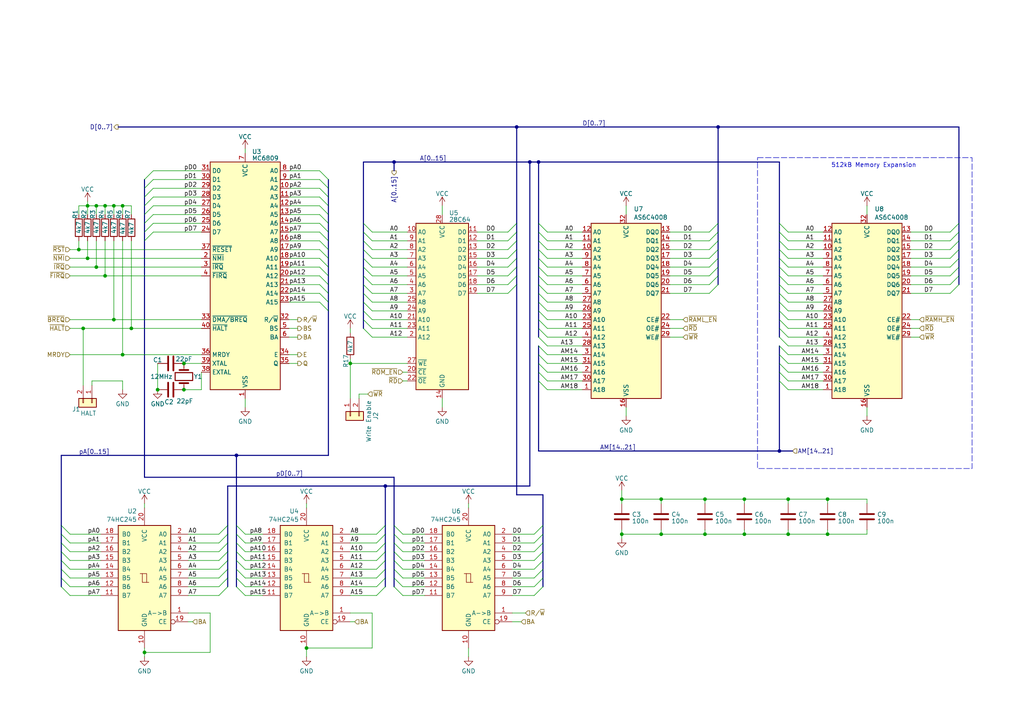
<source format=kicad_sch>
(kicad_sch (version 20231120) (generator "eeschema") (generator_version "8.0")
  (paper "A4")
  (title_block (title "MicroLind Processor & Memory") (date "2025-03-03") (rev "C0") (company "Eric Lind"))
  (bus_alias "" (members))
  (bus_alias "BUS" (members "{A[15..0]" "AM[23..13]" "D[7..0]" "~{RD}" "~{WR}" "E" "Q" "R/~{W}" "~{IRQ}" "~{FIRQ}" "~{NMI}" "~{RST}" "~{HALT}" "~{BREQ}" "MRDY" "BS" "BA" "~{ROM_EN}" "~{RAML_EN}" "~{RAMH_EN}}"))
  (bus_alias "CPU_BUS" (members "A[15..0]" "AM[23..13]" "D[7..0]" "~RD" "~WR" "E" "Q" "R/~W" "~IRQ" "~FIRQ" "~NMI" "~RST" "~HALT" "~BREQ" "MRDY" "BS" "BA" "~ROM_EN" "~RAML_EN" "~RAMH_EN"))
  (junction (at 33.02 59.69))
  (junction (at 27.94 59.69))
  (junction (at 180.34 154.94))
  (junction (at 25.4 74.93))
  (junction (at 156.21 46.99))
  (junction (at 25.4 59.69))
  (junction (at 240.03 144.78))
  (junction (at 35.56 102.87))
  (junction (at 204.47 144.78))
  (junction (at 180.34 144.78))
  (junction (at 111.76 140.97))
  (junction (at 228.6 154.94))
  (junction (at 68.58 132.08))
  (junction (at 35.56 59.69))
  (junction (at 24.13 95.25))
  (junction (at 33.02 92.71))
  (junction (at 30.48 80.01))
  (junction (at 191.77 154.94))
  (junction (at 215.9 154.94))
  (junction (at 215.9 144.78))
  (junction (at 30.48 59.69))
  (junction (at 45.72 113.03))
  (junction (at 38.1 95.25))
  (junction (at 88.9 187.96))
  (junction (at 226.06 130.81))
  (junction (at 153.67 46.99))
  (junction (at 149.86 36.83))
  (junction (at 191.77 144.78))
  (junction (at 101.6 105.41))
  (junction (at 53.34 105.41))
  (junction (at 240.03 154.94))
  (junction (at 114.3 46.99))
  (junction (at 208.28 36.83))
  (junction (at 204.47 154.94))
  (junction (at 22.86 72.39))
  (junction (at 27.94 77.47))
  (junction (at 41.91 189.23))
  (junction (at 53.34 113.03))
  (junction (at 228.6 144.78))
  (bus_entry (at 226.06 67.31) (size 2.54 2.54))
  (bus_entry (at 105.41 64.77) (size 2.54 2.54))
  (bus_entry (at 147.32 77.47) (size 2.54 -2.54))
  (bus_entry (at 41.91 57.15) (size 2.54 -2.54))
  (bus_entry (at 147.32 67.31) (size 2.54 -2.54))
  (bus_entry (at 278.13 67.31) (size -2.54 2.54))
  (bus_entry (at 95.25 52.07) (size -2.54 -2.54))
  (bus_entry (at 147.32 74.93) (size 2.54 -2.54))
  (bus_entry (at 208.28 80.01) (size -2.54 2.54))
  (bus_entry (at 157.48 160.02) (size -2.54 2.54))
  (bus_entry (at 156.21 85.09) (size 2.54 2.54))
  (bus_entry (at 147.32 69.85) (size 2.54 -2.54))
  (bus_entry (at 105.41 92.71) (size 2.54 2.54))
  (bus_entry (at 66.04 162.56) (size -2.54 2.54))
  (bus_entry (at 95.25 57.15) (size -2.54 -2.54))
  (bus_entry (at 105.41 90.17) (size 2.54 2.54))
  (bus_entry (at 226.06 107.95) (size 2.54 2.54))
  (bus_entry (at 157.48 167.64) (size -2.54 2.54))
  (bus_entry (at 278.13 82.55) (size -2.54 2.54))
  (bus_entry (at 226.06 87.63) (size 2.54 2.54))
  (bus_entry (at 95.25 90.17) (size -2.54 -2.54))
  (bus_entry (at 156.21 72.39) (size 2.54 2.54))
  (bus_entry (at 157.48 165.1) (size -2.54 2.54))
  (bus_entry (at 157.48 157.48) (size -2.54 2.54))
  (bus_entry (at 226.06 92.71) (size 2.54 2.54))
  (bus_entry (at 208.28 67.31) (size -2.54 2.54))
  (bus_entry (at 278.13 64.77) (size -2.54 2.54))
  (bus_entry (at 95.25 82.55) (size -2.54 -2.54))
  (bus_entry (at 17.78 160.02) (size 2.54 2.54))
  (bus_entry (at 278.13 69.85) (size -2.54 2.54))
  (bus_entry (at 66.04 160.02) (size -2.54 2.54))
  (bus_entry (at 68.58 154.94) (size 2.54 2.54))
  (bus_entry (at 226.06 82.55) (size 2.54 2.54))
  (bus_entry (at 111.76 165.1) (size -2.54 2.54))
  (bus_entry (at 278.13 72.39) (size -2.54 2.54))
  (bus_entry (at 226.06 74.93) (size 2.54 2.54))
  (bus_entry (at 208.28 77.47) (size -2.54 2.54))
  (bus_entry (at 17.78 167.64) (size 2.54 2.54))
  (bus_entry (at 41.91 52.07) (size 2.54 -2.54))
  (bus_entry (at 68.58 160.02) (size 2.54 2.54))
  (bus_entry (at 114.3 167.64) (size 2.54 2.54))
  (bus_entry (at 147.32 85.09) (size 2.54 -2.54))
  (bus_entry (at 17.78 152.4) (size 2.54 2.54))
  (bus_entry (at 114.3 160.02) (size 2.54 2.54))
  (bus_entry (at 41.91 64.77) (size 2.54 -2.54))
  (bus_entry (at 95.25 80.01) (size -2.54 -2.54))
  (bus_entry (at 226.06 80.01) (size 2.54 2.54))
  (bus_entry (at 226.06 90.17) (size 2.54 2.54))
  (bus_entry (at 66.04 157.48) (size -2.54 2.54))
  (bus_entry (at 17.78 165.1) (size 2.54 2.54))
  (bus_entry (at 111.76 170.18) (size -2.54 2.54))
  (bus_entry (at 226.06 105.41) (size 2.54 2.54))
  (bus_entry (at 95.25 74.93) (size -2.54 -2.54))
  (bus_entry (at 114.3 157.48) (size 2.54 2.54))
  (bus_entry (at 156.21 82.55) (size 2.54 2.54))
  (bus_entry (at 226.06 102.87) (size 2.54 2.54))
  (bus_entry (at 105.41 87.63) (size 2.54 2.54))
  (bus_entry (at 156.21 90.17) (size 2.54 2.54))
  (bus_entry (at 156.21 105.41) (size 2.54 2.54))
  (bus_entry (at 66.04 167.64) (size -2.54 2.54))
  (bus_entry (at 226.06 97.79) (size 2.54 2.54))
  (bus_entry (at 156.21 95.25) (size 2.54 2.54))
  (bus_entry (at 41.91 54.61) (size 2.54 -2.54))
  (bus_entry (at 66.04 154.94) (size -2.54 2.54))
  (bus_entry (at 156.21 74.93) (size 2.54 2.54))
  (bus_entry (at 156.21 107.95) (size 2.54 2.54))
  (bus_entry (at 157.48 162.56) (size -2.54 2.54))
  (bus_entry (at 105.41 74.93) (size 2.54 2.54))
  (bus_entry (at 278.13 77.47) (size -2.54 2.54))
  (bus_entry (at 156.21 110.49) (size 2.54 2.54))
  (bus_entry (at 226.06 64.77) (size 2.54 2.54))
  (bus_entry (at 156.21 100.33) (size 2.54 2.54))
  (bus_entry (at 68.58 157.48) (size 2.54 2.54))
  (bus_entry (at 226.06 85.09) (size 2.54 2.54))
  (bus_entry (at 105.41 77.47) (size 2.54 2.54))
  (bus_entry (at 68.58 165.1) (size 2.54 2.54))
  (bus_entry (at 156.21 67.31) (size 2.54 2.54))
  (bus_entry (at 41.91 62.23) (size 2.54 -2.54))
  (bus_entry (at 278.13 74.93) (size -2.54 2.54))
  (bus_entry (at 114.3 154.94) (size 2.54 2.54))
  (bus_entry (at 95.25 77.47) (size -2.54 -2.54))
  (bus_entry (at 17.78 154.94) (size 2.54 2.54))
  (bus_entry (at 156.21 87.63) (size 2.54 2.54))
  (bus_entry (at 66.04 170.18) (size -2.54 2.54))
  (bus_entry (at 105.41 80.01) (size 2.54 2.54))
  (bus_entry (at 226.06 95.25) (size 2.54 2.54))
  (bus_entry (at 147.32 72.39) (size 2.54 -2.54))
  (bus_entry (at 105.41 69.85) (size 2.54 2.54))
  (bus_entry (at 111.76 157.48) (size -2.54 2.54))
  (bus_entry (at 208.28 74.93) (size -2.54 2.54))
  (bus_entry (at 68.58 167.64) (size 2.54 2.54))
  (bus_entry (at 114.3 170.18) (size 2.54 2.54))
  (bus_entry (at 157.48 152.4) (size -2.54 2.54))
  (bus_entry (at 208.28 64.77) (size -2.54 2.54))
  (bus_entry (at 208.28 72.39) (size -2.54 2.54))
  (bus_entry (at 41.91 59.69) (size 2.54 -2.54))
  (bus_entry (at 156.21 77.47) (size 2.54 2.54))
  (bus_entry (at 157.48 154.94) (size -2.54 2.54))
  (bus_entry (at 68.58 152.4) (size 2.54 2.54))
  (bus_entry (at 156.21 80.01) (size 2.54 2.54))
  (bus_entry (at 95.25 54.61) (size -2.54 -2.54))
  (bus_entry (at 226.06 110.49) (size 2.54 2.54))
  (bus_entry (at 95.25 59.69) (size -2.54 -2.54))
  (bus_entry (at 226.06 100.33) (size 2.54 2.54))
  (bus_entry (at 95.25 67.31) (size -2.54 -2.54))
  (bus_entry (at 157.48 170.18) (size -2.54 2.54))
  (bus_entry (at 95.25 69.85) (size -2.54 -2.54))
  (bus_entry (at 226.06 72.39) (size 2.54 2.54))
  (bus_entry (at 105.41 67.31) (size 2.54 2.54))
  (bus_entry (at 156.21 97.79) (size 2.54 2.54))
  (bus_entry (at 66.04 165.1) (size -2.54 2.54))
  (bus_entry (at 95.25 64.77) (size -2.54 -2.54))
  (bus_entry (at 278.13 80.01) (size -2.54 2.54))
  (bus_entry (at 156.21 102.87) (size 2.54 2.54))
  (bus_entry (at 95.25 62.23) (size -2.54 -2.54))
  (bus_entry (at 147.32 80.01) (size 2.54 -2.54))
  (bus_entry (at 105.41 72.39) (size 2.54 2.54))
  (bus_entry (at 68.58 170.18) (size 2.54 2.54))
  (bus_entry (at 95.25 72.39) (size -2.54 -2.54))
  (bus_entry (at 105.41 85.09) (size 2.54 2.54))
  (bus_entry (at 111.76 152.4) (size -2.54 2.54))
  (bus_entry (at 226.06 77.47) (size 2.54 2.54))
  (bus_entry (at 111.76 154.94) (size -2.54 2.54))
  (bus_entry (at 17.78 170.18) (size 2.54 2.54))
  (bus_entry (at 156.21 69.85) (size 2.54 2.54))
  (bus_entry (at 111.76 160.02) (size -2.54 2.54))
  (bus_entry (at 114.3 162.56) (size 2.54 2.54))
  (bus_entry (at 66.04 152.4) (size -2.54 2.54))
  (bus_entry (at 95.25 87.63) (size -2.54 -2.54))
  (bus_entry (at 68.58 162.56) (size 2.54 2.54))
  (bus_entry (at 105.41 95.25) (size 2.54 2.54))
  (bus_entry (at 114.3 165.1) (size 2.54 2.54))
  (bus_entry (at 156.21 64.77) (size 2.54 2.54))
  (bus_entry (at 17.78 162.56) (size 2.54 2.54))
  (bus_entry (at 111.76 167.64) (size -2.54 2.54))
  (bus_entry (at 41.91 69.85) (size 2.54 -2.54))
  (bus_entry (at 114.3 152.4) (size 2.54 2.54))
  (bus_entry (at 111.76 162.56) (size -2.54 2.54))
  (bus_entry (at 208.28 82.55) (size -2.54 2.54))
  (bus_entry (at 17.78 157.48) (size 2.54 2.54))
  (bus_entry (at 105.41 82.55) (size 2.54 2.54))
  (bus_entry (at 156.21 92.71) (size 2.54 2.54))
  (bus_entry (at 41.91 67.31) (size 2.54 -2.54))
  (bus_entry (at 95.25 85.09) (size -2.54 -2.54))
  (bus_entry (at 208.28 69.85) (size -2.54 2.54))
  (bus_entry (at 147.32 82.55) (size 2.54 -2.54))
  (bus_entry (at 226.06 69.85) (size 2.54 2.54))
  (wire (pts (xy 101.6 105.41) (xy 101.6 115.57)))
  (wire (pts (xy 251.46 154.94) (xy 251.46 153.67)))
  (wire (pts (xy 107.95 177.8) (xy 101.6 177.8)))
  (wire (pts (xy 44.45 52.07) (xy 58.42 52.07)))
  (wire (pts (xy 181.61 118.11) (xy 181.61 120.65)))
  (wire (pts (xy 135.89 187.96) (xy 135.89 190.5)))
  (wire (pts (xy 228.6 97.79) (xy 238.76 97.79)))
  (wire (pts (xy 158.75 87.63) (xy 168.91 87.63)))
  (bus (pts (xy 111.76 157.48) (xy 111.76 160.02)))
  (bus (pts (xy 41.91 54.61) (xy 41.91 57.15)))
  (wire (pts (xy 20.32 170.18) (xy 29.21 170.18)))
  (wire (pts (xy 135.89 146.05) (xy 135.89 147.32)))
  (bus (pts (xy 149.86 77.47) (xy 149.86 80.01)))
  (wire (pts (xy 20.32 154.94) (xy 29.21 154.94)))
  (bus (pts (xy 68.58 132.08) (xy 95.25 132.08)))
  (bus (pts (xy 111.76 165.1) (xy 111.76 167.64)))
  (wire (pts (xy 138.43 69.85) (xy 147.32 69.85)))
  (bus (pts (xy 157.48 157.48) (xy 157.48 160.02)))
  (wire (pts (xy 54.61 157.48) (xy 63.5 157.48)))
  (wire (pts (xy 228.6 95.25) (xy 238.76 95.25)))
  (bus (pts (xy 208.28 67.31) (xy 208.28 69.85)))
  (wire (pts (xy 54.61 172.72) (xy 63.5 172.72)))
  (bus (pts (xy 41.91 69.85) (xy 41.91 138.43)))
  (wire (pts (xy 107.95 67.31) (xy 118.11 67.31)))
  (wire (pts (xy 116.84 160.02) (xy 123.19 160.02)))
  (bus (pts (xy 278.13 72.39) (xy 278.13 74.93)))
  (wire (pts (xy 158.75 69.85) (xy 168.91 69.85)))
  (wire (pts (xy 158.75 113.03) (xy 168.91 113.03)))
  (bus (pts (xy 17.78 167.64) (xy 17.78 165.1)))
  (bus (pts (xy 68.58 132.08) (xy 68.58 152.4)))
  (bus (pts (xy 149.86 64.77) (xy 149.86 67.31)))
  (wire (pts (xy 35.56 69.85) (xy 35.56 102.87)))
  (wire (pts (xy 266.7 97.79) (xy 264.16 97.79)))
  (wire (pts (xy 71.12 43.18) (xy 71.12 44.45)))
  (bus (pts (xy 17.78 160.02) (xy 17.78 157.48)))
  (bus (pts (xy 149.86 80.01) (xy 149.86 82.55)))
  (bus (pts (xy 17.78 152.4) (xy 17.78 132.08)))
  (wire (pts (xy 228.6 77.47) (xy 238.76 77.47)))
  (wire (pts (xy 44.45 54.61) (xy 58.42 54.61)))
  (bus (pts (xy 153.67 46.99) (xy 114.3 46.99)))
  (bus (pts (xy 226.06 107.95) (xy 226.06 110.49)))
  (wire (pts (xy 86.36 92.71) (xy 83.82 92.71)))
  (bus (pts (xy 156.21 90.17) (xy 156.21 92.71)))
  (wire (pts (xy 104.14 114.3) (xy 106.68 114.3)))
  (wire (pts (xy 83.82 69.85) (xy 92.71 69.85)))
  (wire (pts (xy 33.02 59.69) (xy 30.48 59.69)))
  (wire (pts (xy 148.59 167.64) (xy 154.94 167.64)))
  (wire (pts (xy 25.4 58.42) (xy 25.4 59.69)))
  (wire (pts (xy 251.46 144.78) (xy 251.46 146.05)))
  (wire (pts (xy 101.6 180.34) (xy 102.87 180.34)))
  (wire (pts (xy 107.95 97.79) (xy 118.11 97.79)))
  (wire (pts (xy 71.12 154.94) (xy 76.2 154.94)))
  (wire (pts (xy 20.32 92.71) (xy 33.02 92.71)))
  (bus (pts (xy 114.3 157.48) (xy 114.3 154.94)))
  (wire (pts (xy 116.84 154.94) (xy 123.19 154.94)))
  (wire (pts (xy 194.31 69.85) (xy 205.74 69.85)))
  (wire (pts (xy 22.86 69.85) (xy 22.86 72.39)))
  (bus (pts (xy 17.78 170.18) (xy 17.78 167.64)))
  (wire (pts (xy 83.82 82.55) (xy 92.71 82.55)))
  (bus (pts (xy 105.41 64.77) (xy 105.41 46.99)))
  (wire (pts (xy 54.61 165.1) (xy 63.5 165.1)))
  (bus (pts (xy 149.86 143.51) (xy 157.48 143.51)))
  (wire (pts (xy 38.1 62.23) (xy 38.1 59.69)))
  (wire (pts (xy 27.94 59.69) (xy 27.94 62.23)))
  (bus (pts (xy 226.06 100.33) (xy 226.06 102.87)))
  (wire (pts (xy 158.75 105.41) (xy 168.91 105.41)))
  (wire (pts (xy 101.6 160.02) (xy 109.22 160.02)))
  (bus (pts (xy 208.28 36.83) (xy 208.28 64.77)))
  (bus (pts (xy 208.28 36.83) (xy 278.13 36.83)))
  (bus (pts (xy 105.41 85.09) (xy 105.41 87.63)))
  (wire (pts (xy 228.6 87.63) (xy 238.76 87.63)))
  (bus (pts (xy 156.21 87.63) (xy 156.21 90.17)))
  (wire (pts (xy 158.75 100.33) (xy 168.91 100.33)))
  (bus (pts (xy 278.13 80.01) (xy 278.13 82.55)))
  (wire (pts (xy 158.75 67.31) (xy 168.91 67.31)))
  (bus (pts (xy 226.06 95.25) (xy 226.06 97.79)))
  (wire (pts (xy 38.1 95.25) (xy 58.42 95.25)))
  (wire (pts (xy 228.6 92.71) (xy 238.76 92.71)))
  (bus (pts (xy 149.86 74.93) (xy 149.86 77.47)))
  (wire (pts (xy 204.47 154.94) (xy 204.47 153.67)))
  (wire (pts (xy 45.72 105.41) (xy 45.72 113.03)))
  (bus (pts (xy 156.21 80.01) (xy 156.21 82.55)))
  (wire (pts (xy 215.9 154.94) (xy 215.9 153.67)))
  (wire (pts (xy 228.6 144.78) (xy 240.03 144.78)))
  (wire (pts (xy 158.75 77.47) (xy 168.91 77.47)))
  (wire (pts (xy 215.9 144.78) (xy 215.9 146.05)))
  (wire (pts (xy 26.67 110.49) (xy 35.56 110.49)))
  (wire (pts (xy 264.16 74.93) (xy 275.59 74.93)))
  (bus (pts (xy 41.91 64.77) (xy 41.91 67.31)))
  (bus (pts (xy 156.21 64.77) (xy 156.21 67.31)))
  (wire (pts (xy 128.27 59.69) (xy 128.27 62.23)))
  (bus (pts (xy 153.67 140.97) (xy 111.76 140.97)))
  (bus (pts (xy 66.04 162.56) (xy 66.04 165.1)))
  (wire (pts (xy 101.6 154.94) (xy 109.22 154.94)))
  (bus (pts (xy 156.21 46.99) (xy 153.67 46.99)))
  (bus (pts (xy 111.76 160.02) (xy 111.76 162.56)))
  (wire (pts (xy 83.82 85.09) (xy 92.71 85.09)))
  (wire (pts (xy 101.6 167.64) (xy 109.22 167.64)))
  (bus (pts (xy 66.04 165.1) (xy 66.04 167.64)))
  (wire (pts (xy 158.75 97.79) (xy 168.91 97.79)))
  (bus (pts (xy 95.25 74.93) (xy 95.25 77.47)))
  (wire (pts (xy 30.48 80.01) (xy 58.42 80.01)))
  (bus (pts (xy 226.06 87.63) (xy 226.06 90.17)))
  (wire (pts (xy 101.6 95.25) (xy 101.6 96.52)))
  (bus (pts (xy 226.06 69.85) (xy 226.06 72.39)))
  (bus (pts (xy 153.67 46.99) (xy 153.67 140.97)))
  (wire (pts (xy 54.61 162.56) (xy 63.5 162.56)))
  (wire (pts (xy 158.75 107.95) (xy 168.91 107.95)))
  (wire (pts (xy 41.91 189.23) (xy 60.96 189.23)))
  (bus (pts (xy 156.21 74.93) (xy 156.21 77.47)))
  (bus (pts (xy 226.06 67.31) (xy 226.06 69.85)))
  (wire (pts (xy 116.84 172.72) (xy 123.19 172.72)))
  (wire (pts (xy 83.82 64.77) (xy 92.71 64.77)))
  (bus (pts (xy 68.58 160.02) (xy 68.58 162.56)))
  (bus (pts (xy 278.13 64.77) (xy 278.13 36.83)))
  (wire (pts (xy 148.59 172.72) (xy 154.94 172.72)))
  (bus (pts (xy 111.76 140.97) (xy 111.76 152.4)))
  (bus (pts (xy 149.86 36.83) (xy 149.86 64.77)))
  (wire (pts (xy 35.56 59.69) (xy 33.02 59.69)))
  (wire (pts (xy 198.12 95.25) (xy 194.31 95.25)))
  (wire (pts (xy 71.12 167.64) (xy 76.2 167.64)))
  (bus (pts (xy 114.3 162.56) (xy 114.3 160.02)))
  (wire (pts (xy 33.02 92.71) (xy 58.42 92.71)))
  (wire (pts (xy 228.6 74.93) (xy 238.76 74.93)))
  (bus (pts (xy 114.3 46.99) (xy 105.41 46.99)))
  (wire (pts (xy 228.6 107.95) (xy 238.76 107.95)))
  (bus (pts (xy 95.25 62.23) (xy 95.25 64.77)))
  (wire (pts (xy 107.95 87.63) (xy 118.11 87.63)))
  (wire (pts (xy 228.6 105.41) (xy 238.76 105.41)))
  (bus (pts (xy 105.41 92.71) (xy 105.41 95.25)))
  (wire (pts (xy 138.43 67.31) (xy 147.32 67.31)))
  (wire (pts (xy 60.96 177.8) (xy 60.96 189.23)))
  (wire (pts (xy 158.75 80.01) (xy 168.91 80.01)))
  (wire (pts (xy 53.34 105.41) (xy 58.42 105.41)))
  (wire (pts (xy 54.61 180.34) (xy 55.88 180.34)))
  (wire (pts (xy 107.95 69.85) (xy 118.11 69.85)))
  (wire (pts (xy 266.7 95.25) (xy 264.16 95.25)))
  (wire (pts (xy 20.32 172.72) (xy 29.21 172.72)))
  (bus (pts (xy 66.04 140.97) (xy 66.04 152.4)))
  (bus (pts (xy 156.21 77.47) (xy 156.21 80.01)))
  (bus (pts (xy 105.41 82.55) (xy 105.41 85.09)))
  (bus (pts (xy 95.25 54.61) (xy 95.25 57.15)))
  (wire (pts (xy 27.94 69.85) (xy 27.94 77.47)))
  (bus (pts (xy 226.06 105.41) (xy 226.06 107.95)))
  (bus (pts (xy 17.78 154.94) (xy 17.78 152.4)))
  (bus (pts (xy 208.28 77.47) (xy 208.28 80.01)))
  (wire (pts (xy 240.03 154.94) (xy 240.03 153.67)))
  (wire (pts (xy 264.16 77.47) (xy 275.59 77.47)))
  (wire (pts (xy 71.12 160.02) (xy 76.2 160.02)))
  (bus (pts (xy 68.58 167.64) (xy 68.58 170.18)))
  (wire (pts (xy 83.82 74.93) (xy 92.71 74.93)))
  (bus (pts (xy 95.25 80.01) (xy 95.25 82.55)))
  (bus (pts (xy 156.21 95.25) (xy 156.21 97.79)))
  (wire (pts (xy 24.13 95.25) (xy 38.1 95.25)))
  (wire (pts (xy 41.91 146.05) (xy 41.91 147.32)))
  (wire (pts (xy 30.48 59.69) (xy 30.48 62.23)))
  (bus (pts (xy 41.91 59.69) (xy 41.91 62.23)))
  (wire (pts (xy 27.94 59.69) (xy 25.4 59.69)))
  (bus (pts (xy 111.76 162.56) (xy 111.76 165.1)))
  (wire (pts (xy 38.1 59.69) (xy 35.56 59.69)))
  (wire (pts (xy 148.59 165.1) (xy 154.94 165.1)))
  (bus (pts (xy 156.21 64.77) (xy 156.21 46.99)))
  (bus (pts (xy 278.13 67.31) (xy 278.13 69.85)))
  (bus (pts (xy 17.78 157.48) (xy 17.78 154.94)))
  (wire (pts (xy 138.43 85.09) (xy 147.32 85.09)))
  (wire (pts (xy 35.56 110.49) (xy 35.56 113.03)))
  (bus (pts (xy 156.21 102.87) (xy 156.21 105.41)))
  (bus (pts (xy 114.3 154.94) (xy 114.3 152.4)))
  (wire (pts (xy 228.6 102.87) (xy 238.76 102.87)))
  (wire (pts (xy 35.56 102.87) (xy 58.42 102.87)))
  (wire (pts (xy 20.32 72.39) (xy 22.86 72.39)))
  (wire (pts (xy 116.84 167.64) (xy 123.19 167.64)))
  (wire (pts (xy 107.95 77.47) (xy 118.11 77.47)))
  (wire (pts (xy 83.82 67.31) (xy 92.71 67.31)))
  (wire (pts (xy 148.59 170.18) (xy 154.94 170.18)))
  (bus (pts (xy 41.91 57.15) (xy 41.91 59.69)))
  (wire (pts (xy 107.95 72.39) (xy 118.11 72.39)))
  (wire (pts (xy 191.77 144.78) (xy 204.47 144.78)))
  (bus (pts (xy 66.04 154.94) (xy 66.04 157.48)))
  (wire (pts (xy 44.45 67.31) (xy 58.42 67.31)))
  (wire (pts (xy 228.6 100.33) (xy 238.76 100.33)))
  (wire (pts (xy 107.95 85.09) (xy 118.11 85.09)))
  (wire (pts (xy 158.75 82.55) (xy 168.91 82.55)))
  (wire (pts (xy 138.43 74.93) (xy 147.32 74.93)))
  (bus (pts (xy 41.91 52.07) (xy 41.91 54.61)))
  (wire (pts (xy 83.82 49.53) (xy 92.71 49.53)))
  (wire (pts (xy 191.77 154.94) (xy 191.77 153.67)))
  (wire (pts (xy 194.31 82.55) (xy 205.74 82.55)))
  (bus (pts (xy 111.76 167.64) (xy 111.76 170.18)))
  (wire (pts (xy 71.12 162.56) (xy 76.2 162.56)))
  (wire (pts (xy 83.82 62.23) (xy 92.71 62.23)))
  (wire (pts (xy 107.95 80.01) (xy 118.11 80.01)))
  (wire (pts (xy 180.34 154.94) (xy 191.77 154.94)))
  (bus (pts (xy 105.41 80.01) (xy 105.41 82.55)))
  (wire (pts (xy 116.84 170.18) (xy 123.19 170.18)))
  (wire (pts (xy 180.34 144.78) (xy 191.77 144.78)))
  (wire (pts (xy 101.6 172.72) (xy 109.22 172.72)))
  (wire (pts (xy 180.34 154.94) (xy 180.34 156.21)))
  (bus (pts (xy 105.41 77.47) (xy 105.41 80.01)))
  (wire (pts (xy 101.6 157.48) (xy 109.22 157.48)))
  (bus (pts (xy 157.48 143.51) (xy 157.48 152.4)))
  (bus (pts (xy 105.41 87.63) (xy 105.41 90.17)))
  (wire (pts (xy 158.75 90.17) (xy 168.91 90.17)))
  (bus (pts (xy 95.25 64.77) (xy 95.25 67.31)))
  (bus (pts (xy 226.06 102.87) (xy 226.06 105.41)))
  (wire (pts (xy 83.82 80.01) (xy 92.71 80.01)))
  (wire (pts (xy 35.56 62.23) (xy 35.56 59.69)))
  (wire (pts (xy 60.96 177.8) (xy 54.61 177.8)))
  (wire (pts (xy 264.16 69.85) (xy 275.59 69.85)))
  (wire (pts (xy 194.31 74.93) (xy 205.74 74.93)))
  (wire (pts (xy 107.95 74.93) (xy 118.11 74.93)))
  (wire (pts (xy 83.82 59.69) (xy 92.71 59.69)))
  (bus (pts (xy 278.13 69.85) (xy 278.13 72.39)))
  (wire (pts (xy 116.84 107.95) (xy 118.11 107.95)))
  (bus (pts (xy 95.25 87.63) (xy 95.25 90.17)))
  (bus (pts (xy 156.21 72.39) (xy 156.21 74.93)))
  (bus (pts (xy 229.87 130.81) (xy 226.06 130.81)))
  (wire (pts (xy 22.86 72.39) (xy 58.42 72.39)))
  (bus (pts (xy 41.91 67.31) (xy 41.91 69.85)))
  (wire (pts (xy 198.12 92.71) (xy 194.31 92.71)))
  (bus (pts (xy 95.25 77.47) (xy 95.25 80.01)))
  (bus (pts (xy 156.21 69.85) (xy 156.21 72.39)))
  (bus (pts (xy 156.21 130.81) (xy 156.21 110.49)))
  (wire (pts (xy 148.59 162.56) (xy 154.94 162.56)))
  (wire (pts (xy 44.45 64.77) (xy 58.42 64.77)))
  (wire (pts (xy 20.32 80.01) (xy 30.48 80.01)))
  (bus (pts (xy 95.25 90.17) (xy 95.25 132.08)))
  (wire (pts (xy 101.6 165.1) (xy 109.22 165.1)))
  (wire (pts (xy 204.47 144.78) (xy 204.47 146.05)))
  (wire (pts (xy 86.36 105.41) (xy 83.82 105.41)))
  (wire (pts (xy 54.61 167.64) (xy 63.5 167.64)))
  (bus (pts (xy 226.06 80.01) (xy 226.06 82.55)))
  (bus (pts (xy 226.06 77.47) (xy 226.06 80.01)))
  (bus (pts (xy 66.04 160.02) (xy 66.04 162.56)))
  (wire (pts (xy 228.6 72.39) (xy 238.76 72.39)))
  (bus (pts (xy 95.25 82.55) (xy 95.25 85.09)))
  (wire (pts (xy 30.48 69.85) (xy 30.48 80.01)))
  (wire (pts (xy 158.75 110.49) (xy 168.91 110.49)))
  (wire (pts (xy 240.03 154.94) (xy 251.46 154.94)))
  (bus (pts (xy 17.78 132.08) (xy 68.58 132.08)))
  (bus (pts (xy 226.06 85.09) (xy 226.06 87.63)))
  (wire (pts (xy 158.75 72.39) (xy 168.91 72.39)))
  (bus (pts (xy 66.04 140.97) (xy 111.76 140.97)))
  (bus (pts (xy 114.3 152.4) (xy 114.3 138.43)))
  (wire (pts (xy 148.59 180.34) (xy 151.13 180.34)))
  (wire (pts (xy 180.34 142.24) (xy 180.34 144.78)))
  (bus (pts (xy 208.28 69.85) (xy 208.28 72.39)))
  (bus (pts (xy 95.25 67.31) (xy 95.25 69.85)))
  (wire (pts (xy 83.82 72.39) (xy 92.71 72.39)))
  (wire (pts (xy 101.6 105.41) (xy 118.11 105.41)))
  (wire (pts (xy 116.84 165.1) (xy 123.19 165.1)))
  (wire (pts (xy 22.86 59.69) (xy 25.4 59.69)))
  (wire (pts (xy 20.32 77.47) (xy 27.94 77.47)))
  (bus (pts (xy 149.86 36.83) (xy 208.28 36.83)))
  (bus (pts (xy 105.41 72.39) (xy 105.41 74.93)))
  (bus (pts (xy 208.28 64.77) (xy 208.28 67.31)))
  (wire (pts (xy 138.43 80.01) (xy 147.32 80.01)))
  (wire (pts (xy 191.77 154.94) (xy 204.47 154.94)))
  (bus (pts (xy 66.04 157.48) (xy 66.04 160.02)))
  (wire (pts (xy 266.7 92.71) (xy 264.16 92.71)))
  (wire (pts (xy 44.45 57.15) (xy 58.42 57.15)))
  (bus (pts (xy 156.21 82.55) (xy 156.21 85.09)))
  (wire (pts (xy 86.36 95.25) (xy 83.82 95.25)))
  (bus (pts (xy 95.25 69.85) (xy 95.25 72.39)))
  (bus (pts (xy 157.48 162.56) (xy 157.48 165.1)))
  (wire (pts (xy 71.12 115.57) (xy 71.12 118.11)))
  (bus (pts (xy 149.86 69.85) (xy 149.86 72.39)))
  (wire (pts (xy 88.9 187.96) (xy 88.9 190.5)))
  (bus (pts (xy 111.76 152.4) (xy 111.76 154.94)))
  (bus (pts (xy 156.21 46.99) (xy 226.06 46.99)))
  (wire (pts (xy 107.95 187.96) (xy 88.9 187.96)))
  (bus (pts (xy 208.28 72.39) (xy 208.28 74.93)))
  (wire (pts (xy 83.82 52.07) (xy 92.71 52.07)))
  (wire (pts (xy 22.86 62.23) (xy 22.86 59.69)))
  (bus (pts (xy 156.21 85.09) (xy 156.21 87.63)))
  (wire (pts (xy 158.75 74.93) (xy 168.91 74.93)))
  (bus (pts (xy 68.58 154.94) (xy 68.58 157.48)))
  (wire (pts (xy 54.61 160.02) (xy 63.5 160.02)))
  (bus (pts (xy 105.41 67.31) (xy 105.41 69.85)))
  (wire (pts (xy 148.59 154.94) (xy 154.94 154.94)))
  (wire (pts (xy 228.6 154.94) (xy 240.03 154.94)))
  (wire (pts (xy 107.95 177.8) (xy 107.95 187.96)))
  (wire (pts (xy 20.32 74.93) (xy 25.4 74.93)))
  (wire (pts (xy 148.59 160.02) (xy 154.94 160.02)))
  (bus (pts (xy 208.28 80.01) (xy 208.28 82.55)))
  (bus (pts (xy 157.48 154.94) (xy 157.48 157.48)))
  (bus (pts (xy 149.86 82.55) (xy 149.86 143.51)))
  (bus (pts (xy 157.48 152.4) (xy 157.48 154.94)))
  (wire (pts (xy 228.6 69.85) (xy 238.76 69.85)))
  (wire (pts (xy 194.31 67.31) (xy 205.74 67.31)))
  (wire (pts (xy 20.32 165.1) (xy 29.21 165.1)))
  (wire (pts (xy 158.75 92.71) (xy 168.91 92.71)))
  (bus (pts (xy 95.25 85.09) (xy 95.25 87.63)))
  (wire (pts (xy 228.6 113.03) (xy 238.76 113.03)))
  (wire (pts (xy 104.14 115.57) (xy 104.14 114.3)))
  (bus (pts (xy 66.04 152.4) (xy 66.04 154.94)))
  (bus (pts (xy 226.06 72.39) (xy 226.06 74.93)))
  (wire (pts (xy 138.43 72.39) (xy 147.32 72.39)))
  (wire (pts (xy 25.4 59.69) (xy 25.4 62.23)))
  (wire (pts (xy 264.16 67.31) (xy 275.59 67.31)))
  (wire (pts (xy 264.16 82.55) (xy 275.59 82.55)))
  (wire (pts (xy 88.9 146.05) (xy 88.9 147.32)))
  (wire (pts (xy 148.59 157.48) (xy 154.94 157.48)))
  (bus (pts (xy 149.86 67.31) (xy 149.86 69.85)))
  (wire (pts (xy 107.95 95.25) (xy 118.11 95.25)))
  (wire (pts (xy 116.84 157.48) (xy 123.19 157.48)))
  (bus (pts (xy 226.06 74.93) (xy 226.06 77.47)))
  (wire (pts (xy 41.91 187.96) (xy 41.91 189.23)))
  (wire (pts (xy 58.42 113.03) (xy 58.42 107.95)))
  (wire (pts (xy 44.45 62.23) (xy 58.42 62.23)))
  (wire (pts (xy 54.61 154.94) (xy 63.5 154.94)))
  (bus (pts (xy 156.21 107.95) (xy 156.21 110.49)))
  (wire (pts (xy 138.43 82.55) (xy 147.32 82.55)))
  (wire (pts (xy 83.82 87.63) (xy 92.71 87.63)))
  (bus (pts (xy 114.3 138.43) (xy 41.91 138.43)))
  (wire (pts (xy 86.36 102.87) (xy 83.82 102.87)))
  (wire (pts (xy 27.94 77.47) (xy 58.42 77.47)))
  (bus (pts (xy 157.48 167.64) (xy 157.48 170.18)))
  (wire (pts (xy 264.16 72.39) (xy 275.59 72.39)))
  (bus (pts (xy 226.06 90.17) (xy 226.06 92.71)))
  (bus (pts (xy 156.21 105.41) (xy 156.21 107.95)))
  (bus (pts (xy 114.3 49.53) (xy 114.3 46.99)))
  (wire (pts (xy 107.95 82.55) (xy 118.11 82.55)))
  (wire (pts (xy 240.03 144.78) (xy 251.46 144.78)))
  (wire (pts (xy 25.4 74.93) (xy 58.42 74.93)))
  (wire (pts (xy 251.46 118.11) (xy 251.46 120.65)))
  (wire (pts (xy 71.12 172.72) (xy 76.2 172.72)))
  (wire (pts (xy 101.6 104.14) (xy 101.6 105.41)))
  (bus (pts (xy 278.13 74.93) (xy 278.13 77.47)))
  (bus (pts (xy 95.25 72.39) (xy 95.25 74.93)))
  (bus (pts (xy 156.21 67.31) (xy 156.21 69.85)))
  (wire (pts (xy 20.32 167.64) (xy 29.21 167.64)))
  (bus (pts (xy 114.3 165.1) (xy 114.3 162.56)))
  (wire (pts (xy 20.32 102.87) (xy 35.56 102.87)))
  (wire (pts (xy 240.03 144.78) (xy 240.03 146.05)))
  (wire (pts (xy 30.48 59.69) (xy 27.94 59.69)))
  (wire (pts (xy 20.32 160.02) (xy 29.21 160.02)))
  (wire (pts (xy 20.32 162.56) (xy 29.21 162.56)))
  (bus (pts (xy 41.91 62.23) (xy 41.91 64.77)))
  (bus (pts (xy 114.3 170.18) (xy 114.3 167.64)))
  (bus (pts (xy 105.41 64.77) (xy 105.41 67.31)))
  (bus (pts (xy 105.41 69.85) (xy 105.41 72.39)))
  (bus (pts (xy 156.21 100.33) (xy 156.21 102.87)))
  (wire (pts (xy 138.43 77.47) (xy 147.32 77.47)))
  (bus (pts (xy 95.25 57.15) (xy 95.25 59.69)))
  (wire (pts (xy 86.36 97.79) (xy 83.82 97.79)))
  (wire (pts (xy 41.91 189.23) (xy 41.91 190.5)))
  (bus (pts (xy 226.06 46.99) (xy 226.06 64.77)))
  (wire (pts (xy 71.12 170.18) (xy 76.2 170.18)))
  (wire (pts (xy 194.31 72.39) (xy 205.74 72.39)))
  (wire (pts (xy 215.9 144.78) (xy 228.6 144.78)))
  (wire (pts (xy 26.67 111.76) (xy 26.67 110.49)))
  (wire (pts (xy 71.12 165.1) (xy 76.2 165.1)))
  (bus (pts (xy 68.58 162.56) (xy 68.58 165.1)))
  (wire (pts (xy 44.45 59.69) (xy 58.42 59.69)))
  (bus (pts (xy 278.13 64.77) (xy 278.13 67.31)))
  (bus (pts (xy 157.48 160.02) (xy 157.48 162.56)))
  (wire (pts (xy 152.4 177.8) (xy 148.59 177.8)))
  (wire (pts (xy 198.12 97.79) (xy 194.31 97.79)))
  (bus (pts (xy 208.28 74.93) (xy 208.28 77.47)))
  (bus (pts (xy 105.41 74.93) (xy 105.41 77.47)))
  (wire (pts (xy 44.45 49.53) (xy 58.42 49.53)))
  (wire (pts (xy 264.16 80.01) (xy 275.59 80.01)))
  (wire (pts (xy 116.84 110.49) (xy 118.11 110.49)))
  (wire (pts (xy 180.34 144.78) (xy 180.34 146.05)))
  (wire (pts (xy 228.6 67.31) (xy 238.76 67.31)))
  (bus (pts (xy 17.78 165.1) (xy 17.78 162.56)))
  (wire (pts (xy 20.32 157.48) (xy 29.21 157.48)))
  (wire (pts (xy 251.46 59.69) (xy 251.46 62.23)))
  (bus (pts (xy 95.25 52.07) (xy 95.25 54.61)))
  (wire (pts (xy 158.75 85.09) (xy 168.91 85.09)))
  (bus (pts (xy 105.41 90.17) (xy 105.41 92.71)))
  (wire (pts (xy 215.9 154.94) (xy 228.6 154.94)))
  (bus (pts (xy 68.58 152.4) (xy 68.58 154.94)))
  (wire (pts (xy 116.84 162.56) (xy 123.19 162.56)))
  (wire (pts (xy 38.1 69.85) (xy 38.1 95.25)))
  (wire (pts (xy 83.82 54.61) (xy 92.71 54.61)))
  (bus (pts (xy 34.29 36.83) (xy 149.86 36.83)))
  (wire (pts (xy 107.95 90.17) (xy 118.11 90.17)))
  (bus (pts (xy 66.04 167.64) (xy 66.04 170.18)))
  (wire (pts (xy 83.82 77.47) (xy 92.71 77.47)))
  (wire (pts (xy 228.6 144.78) (xy 228.6 146.05)))
  (bus (pts (xy 157.48 165.1) (xy 157.48 167.64)))
  (wire (pts (xy 228.6 110.49) (xy 238.76 110.49)))
  (wire (pts (xy 158.75 102.87) (xy 168.91 102.87)))
  (bus (pts (xy 68.58 157.48) (xy 68.58 160.02)))
  (wire (pts (xy 191.77 144.78) (xy 191.77 146.05)))
  (wire (pts (xy 158.75 95.25) (xy 168.91 95.25)))
  (wire (pts (xy 204.47 154.94) (xy 215.9 154.94)))
  (wire (pts (xy 264.16 85.09) (xy 275.59 85.09)))
  (wire (pts (xy 194.31 85.09) (xy 205.74 85.09)))
  (wire (pts (xy 24.13 95.25) (xy 24.13 111.76)))
  (bus (pts (xy 95.25 59.69) (xy 95.25 62.23)))
  (wire (pts (xy 194.31 80.01) (xy 205.74 80.01)))
  (wire (pts (xy 204.47 144.78) (xy 215.9 144.78)))
  (wire (pts (xy 194.31 77.47) (xy 205.74 77.47)))
  (wire (pts (xy 228.6 80.01) (xy 238.76 80.01)))
  (wire (pts (xy 107.95 92.71) (xy 118.11 92.71)))
  (wire (pts (xy 228.6 154.94) (xy 228.6 153.67)))
  (bus (pts (xy 149.86 72.39) (xy 149.86 74.93)))
  (wire (pts (xy 33.02 59.69) (xy 33.02 62.23)))
  (wire (pts (xy 228.6 82.55) (xy 238.76 82.55)))
  (wire (pts (xy 181.61 59.69) (xy 181.61 62.23)))
  (wire (pts (xy 101.6 170.18) (xy 109.22 170.18)))
  (wire (pts (xy 20.32 95.25) (xy 24.13 95.25)))
  (wire (pts (xy 101.6 162.56) (xy 109.22 162.56)))
  (wire (pts (xy 25.4 69.85) (xy 25.4 74.93)))
  (bus (pts (xy 226.06 92.71) (xy 226.06 95.25)))
  (bus (pts (xy 226.06 82.55) (xy 226.06 85.09)))
  (wire (pts (xy 128.27 115.57) (xy 128.27 118.11)))
  (wire (pts (xy 83.82 57.15) (xy 92.71 57.15)))
  (bus (pts (xy 156.21 92.71) (xy 156.21 95.25)))
  (bus (pts (xy 226.06 64.77) (xy 226.06 67.31)))
  (wire (pts (xy 228.6 85.09) (xy 238.76 85.09)))
  (bus (pts (xy 114.3 167.64) (xy 114.3 165.1)))
  (wire (pts (xy 71.12 157.48) (xy 76.2 157.48)))
  (bus (pts (xy 17.78 162.56) (xy 17.78 160.02)))
  (bus (pts (xy 156.21 130.81) (xy 226.06 130.81)))
  (wire (pts (xy 180.34 153.67) (xy 180.34 154.94)))
  (bus (pts (xy 114.3 160.02) (xy 114.3 157.48)))
  (bus (pts (xy 226.06 110.49) (xy 226.06 130.81)))
  (bus (pts (xy 111.76 154.94) (xy 111.76 157.48)))
  (wire (pts (xy 54.61 170.18) (xy 63.5 170.18)))
  (bus (pts (xy 68.58 165.1) (xy 68.58 167.64)))
  (wire (pts (xy 53.34 113.03) (xy 58.42 113.03)))
  (wire (pts (xy 228.6 90.17) (xy 238.76 90.17)))
  (wire (pts (xy 33.02 69.85) (xy 33.02 92.71)))
  (bus (pts (xy 278.13 77.47) (xy 278.13 80.01)))
  (rectangle (start 219.71 45.72) (end 281.94 135.89) (stroke (width 0) (type dash)))
  (text "512kB Memory Expansion" (at 241.046 48.768 0) (effects (font (size 1.27 1.27)) (justify left bottom)))
  (label "pD4" (at 119.38 165.1 0))
  (label "pA13" (at 83.82 82.55 0))
  (label "pA10" (at 72.39 160.02 0))
  (label "D4" (at 198.12 77.47 0))
  (label "AM18" (at 232.41 113.03 0))
  (label "pA15" (at 72.39 172.72 0))
  (label "A6" (at 54.61 170.18 0))
  (label "AM16" (at 162.56 107.95 0))
  (label "A11" (at 233.68 95.25 0))
  (label "A7" (at 113.03 85.09 0))
  (label "A6" (at 113.03 82.55 0))
  (label "A12" (at 233.68 97.79 0))
  (label "pD6" (at 53.34 64.77 0))
  (label "pD0" (at 53.34 49.53 0))
  (label "AM17" (at 162.56 110.49 0))
  (label "D6" (at 148.59 170.18 0))
  (label "D5" (at 267.97 80.01 0))
  (label "pA7" (at 83.82 67.31 0))
  (label "pA0" (at 25.4 154.94 0))
  (label "AM[14..21]" (at 173.99 130.81 0))
  (label "A12" (at 101.6 165.1 0))
  (label "A1" (at 233.68 69.85 0))
  (label "A9" (at 163.83 90.17 0))
  (label "pA3" (at 83.82 57.15 0))
  (label "pA9" (at 72.39 157.48 0))
  (label "D1" (at 140.97 69.85 0))
  (label "A0" (at 163.83 67.31 0))
  (label "pA5" (at 83.82 62.23 0))
  (label "A11" (at 101.6 162.56 0))
  (label "pA4" (at 83.82 59.69 0))
  (label "AM16" (at 232.41 107.95 0))
  (label "pA2" (at 25.4 160.02 0))
  (label "pD1" (at 53.34 52.07 0))
  (label "pA14" (at 72.39 170.18 0))
  (label "D4" (at 140.97 77.47 0))
  (label "pA7" (at 25.4 172.72 0))
  (label "D1" (at 267.97 69.85 0))
  (label "D6" (at 140.97 82.55 0))
  (label "pA3" (at 25.4 162.56 0))
  (label "pD1" (at 119.38 157.48 0))
  (label "A11" (at 113.03 95.25 0))
  (label "D5" (at 140.97 80.01 0))
  (label "pD4" (at 53.34 59.69 0))
  (label "A10" (at 101.6 160.02 0))
  (label "pD3" (at 119.38 162.56 0))
  (label "A15" (at 101.6 172.72 0))
  (label "pA4" (at 25.4 165.1 0))
  (label "D7" (at 198.12 85.09 0))
  (label "pA10" (at 83.82 74.93 0))
  (label "pA11" (at 83.82 77.47 0))
  (label "A10" (at 113.03 92.71 0))
  (label "pA0" (at 83.82 49.53 0))
  (label "D0" (at 267.97 67.31 0))
  (label "D2" (at 140.97 72.39 0))
  (label "pD2" (at 119.38 160.02 0))
  (label "A3" (at 54.61 162.56 0))
  (label "pD0" (at 119.38 154.94 0))
  (label "D[0..7]" (at 168.91 36.83 0))
  (label "pA5" (at 25.4 167.64 0))
  (label "D7" (at 267.97 85.09 0))
  (label "A0" (at 233.68 67.31 0))
  (label "A4" (at 233.68 77.47 0))
  (label "D3" (at 140.97 74.93 0))
  (label "A11" (at 163.83 95.25 0))
  (label "pD5" (at 119.38 167.64 0))
  (label "A8" (at 163.83 87.63 0))
  (label "D5" (at 148.59 167.64 0))
  (label "A1" (at 163.83 69.85 0))
  (label "A7" (at 233.68 85.09 0))
  (label "D7" (at 148.59 172.72 0))
  (label "A1" (at 113.03 69.85 0))
  (label "A4" (at 54.61 165.1 0))
  (label "pA6" (at 25.4 170.18 0))
  (label "A0" (at 54.61 154.94 0))
  (label "A2" (at 54.61 160.02 0))
  (label "A9" (at 101.6 157.48 0))
  (label "A12" (at 163.83 97.79 0))
  (label "D2" (at 267.97 72.39 0))
  (label "A3" (at 113.03 74.93 0))
  (label "D4" (at 267.97 77.47 0))
  (label "pD6" (at 119.38 170.18 0))
  (label "AM18" (at 162.56 113.03 0))
  (label "A9" (at 233.68 90.17 0))
  (label "A4" (at 113.03 77.47 0))
  (label "pA1" (at 25.4 157.48 0))
  (label "A5" (at 163.83 80.01 0))
  (label "A9" (at 113.03 90.17 0))
  (label "pA12" (at 83.82 80.01 0))
  (label "D3" (at 198.12 74.93 0))
  (label "A6" (at 233.68 82.55 0))
  (label "A5" (at 54.61 167.64 0))
  (label "AM15" (at 232.41 105.41 0))
  (label "pD7" (at 53.34 67.31 0))
  (label "D7" (at 140.97 85.09 0))
  (label "A4" (at 163.83 77.47 0))
  (label "A3" (at 233.68 74.93 0))
  (label "pD[0..7]" (at 80.01 138.43 0))
  (label "D4" (at 148.59 165.1 0))
  (label "D6" (at 198.12 82.55 0))
  (label "A3" (at 163.83 74.93 0))
  (label "A10" (at 163.83 92.71 0))
  (label "A1" (at 54.61 157.48 0))
  (label "pA9" (at 83.82 72.39 0))
  (label "A2" (at 163.83 72.39 0))
  (label "A13" (at 101.6 167.64 0))
  (label "D3" (at 267.97 74.93 0))
  (label "A14" (at 101.6 170.18 0))
  (label "A8" (at 233.68 87.63 0))
  (label "A7" (at 54.61 172.72 0))
  (label "pA13" (at 72.39 167.64 0))
  (label "A12" (at 113.03 97.79 0))
  (label "pA11" (at 72.39 162.56 0))
  (label "D0" (at 148.59 154.94 0))
  (label "A5" (at 113.03 80.01 0))
  (label "pD7" (at 119.38 172.72 0))
  (label "A5" (at 233.68 80.01 0))
  (label "D6" (at 267.97 82.55 0))
  (label "pD2" (at 53.34 54.61 0))
  (label "D0" (at 140.97 67.31 0))
  (label "A10" (at 233.68 92.71 0))
  (label "A13" (at 162.56 100.33 0))
  (label "A[0..15]" (at 129.54 46.99 180))
  (label "pA2" (at 83.82 54.61 0))
  (label "A8" (at 101.6 154.94 0))
  (label "pA12" (at 72.39 165.1 0))
  (label "pD5" (at 53.34 62.23 0))
  (label "pA[0..15]" (at 22.86 132.08 0))
  (label "A2" (at 113.03 72.39 0))
  (label "AM15" (at 162.56 105.41 0))
  (label "AM14" (at 232.41 102.87 0))
  (label "A13" (at 233.68 100.33 0))
  (label "D1" (at 148.59 157.48 0))
  (label "A2" (at 233.68 72.39 0))
  (label "D2" (at 148.59 160.02 0))
  (label "A0" (at 113.03 67.31 0))
  (label "pA8" (at 72.39 154.94 0))
  (label "pA6" (at 83.82 64.77 0))
  (label "D3" (at 148.59 162.56 0))
  (label "A7" (at 163.83 85.09 0))
  (label "D1" (at 198.12 69.85 0))
  (label "pA14" (at 83.82 85.09 0))
  (label "D5" (at 198.12 80.01 0))
  (label "A6" (at 163.83 82.55 0))
  (label "A8" (at 113.03 87.63 0))
  (label "AM14" (at 162.56 102.87 0))
  (label "pA8" (at 83.82 69.85 0))
  (label "D2" (at 198.12 72.39 0))
  (label "AM17" (at 232.41 110.49 0))
  (label "pD3" (at 53.34 57.15 0))
  (label "pA15" (at 83.82 87.63 0))
  (label "pA1" (at 83.82 52.07 0))
  (label "D0" (at 198.12 67.31 0))
  (hierarchical_label "R{slash}~{W}" (shape output) (at 86.36 92.71 0))
  (hierarchical_label "~{RAML_EN}" (shape input) (at 198.12 92.71 0))
  (hierarchical_label "~{FIRQ}" (shape input) (at 20.32 80.01 180))
  (hierarchical_label "BA" (shape input) (at 102.87 180.34 0))
  (hierarchical_label "BA" (shape output) (at 86.36 97.79 0))
  (hierarchical_label "BS" (shape output) (at 86.36 95.25 0))
  (hierarchical_label "E" (shape output) (at 86.36 102.87 0))
  (hierarchical_label "R{slash}~{W}" (shape input) (at 152.4 177.8 0))
  (hierarchical_label "~{NMI}" (shape input) (at 20.32 74.93 180))
  (hierarchical_label "~{RST}" (shape input) (at 20.32 72.39 180))
  (hierarchical_label "BA" (shape input) (at 55.88 180.34 0))
  (hierarchical_label "~{ROM_EN}" (shape input) (at 116.84 107.95 180))
  (hierarchical_label "MRDY" (shape input) (at 20.32 102.87 180))
  (hierarchical_label "~{RAMH_EN}" (shape input) (at 266.7 92.71 0))
  (hierarchical_label "~{WR}" (shape input) (at 266.7 97.79 0))
  (hierarchical_label "~{BREQ}" (shape input) (at 20.32 92.71 180))
  (hierarchical_label "AM[14..21]" (shape input) (at 229.87 130.81 0))
  (hierarchical_label "~{RD}" (shape input) (at 266.7 95.25 0))
  (hierarchical_label "~{HALT}" (shape input) (at 20.32 95.25 180))
  (hierarchical_label "BA" (shape input) (at 151.13 180.34 0))
  (hierarchical_label "Q" (shape output) (at 86.36 105.41 0))
  (hierarchical_label "A[0..15]" (shape output) (at 114.3 49.53 270))
  (hierarchical_label "D[0..7]" (shape output) (at 34.29 36.83 180))
  (hierarchical_label "~{WR}" (shape input) (at 106.68 114.3 0))
  (hierarchical_label "~{RD}" (shape input) (at 198.12 95.25 0))
  (hierarchical_label "~{RD}" (shape input) (at 116.84 110.49 180))
  (hierarchical_label "~{WR}" (shape input) (at 198.12 97.79 0))
  (hierarchical_label "~{IRQ}" (shape input) (at 20.32 77.47 180))
  (symbol (lib_id "power:GND") (at 71.12 118.11 0) (unit 1)
    (property "Reference" "#PWR08" (effects (hide yes)))
    (property "Value" "GND" (at 71.12 122.2455 0))
  )
  (symbol (lib_id "Device:C") (at 49.53 105.41 270) (mirror x) (unit 1)
    (property "Reference" "C1" (at 45.72 104.394 90))
    (property "Value" "22pF" (at 53.34 104.14 90))
    (property "Footprint" "Capacitor_THT:C_Disc_D5.0mm_W2.5mm_P2.50mm" (effects (hide yes)))
  )
  (symbol (lib_id "Device:Crystal") (at 53.34 109.22 270) (mirror x) (unit 1)
    (property "Reference" "Y1" (at 58.674 109.22 90) (effects (justify right)))
    (property "Value" "12MHz" (at 50.038 109.22 90) (effects (justify right)))
    (property "Footprint" "Crystal:Crystal_HC49-U_Vertical" (effects (hide yes)))
    (property "Description" "Two pin crystal" (effects (hide yes)))
  )
  (symbol (lib_id "Memory_RAM:AS6C4008-55PCN") (at 251.46 90.17 0) (unit 1)
    (property "Reference" "U8" (at 253.6541 60.6255 0) (effects (justify left)))
    (property "Value" "AS6C4008" (at 253.6541 63.0498 0) (effects (justify left)))
    (property "Footprint" "Package_DIP:DIP-32_W15.24mm_Socket" (effects (hide yes)))
    (property "Datasheet" "https://www.alliancememory.com/wp-content/uploads/pdf/AS6C4008.pdf" (effects (hide yes)))
  )
  (symbol (lib_id "power:GND") (at 41.91 190.5 0) (unit 1)
    (property "Reference" "#PWR04" (effects (hide yes)))
    (property "Value" "GND" (at 41.91 194.6355 0))
  )
  (symbol (lib_id "Device:C") (at 251.46 149.86 0) (unit 1)
    (property "Reference" "C9" (at 254.381 149.2163 0) (effects (justify left)))
    (property "Value" "100n" (at 254.381 151.1373 0) (effects (justify left)))
    (property "Footprint" "Capacitor_THT:C_Disc_D5.0mm_W2.5mm_P2.50mm" (effects (hide yes)))
  )
  (symbol (lib_id "power:VCC") (at 71.12 43.18 0) (unit 1)
    (property "Reference" "#PWR07" (effects (hide yes)))
    (property "Value" "VCC" (at 71.12 39.6781 0))
  )
  (symbol (lib_id "Connector_Generic:Conn_01x02") (at 101.6 120.65 90) (mirror x) (unit 1)
    (property "Reference" "J2" (at 108.966 120.65 0))
    (property "Value" "Write Enable" (at 106.934 122.174 0))
    (property "Footprint" "Connector_PinHeader_2.54mm:PinHeader_1x02_P2.54mm_Vertical" (effects (hide yes)))
    (property "Description" "Generic connector, single row, 01x02, script generated (kicad-library-utils/schlib/autogen/connector/)" (effects (hide yes)))
  )
  (symbol (lib_id "power:VCC") (at 88.9 146.05 0) (unit 1)
    (property "Reference" "#PWR09" (effects (hide yes)))
    (property "Value" "VCC" (at 88.9 142.5481 0))
  )
  (symbol (lib_id "Device:C") (at 204.47 149.86 0) (unit 1)
    (property "Reference" "C5" (at 207.391 149.2163 0) (effects (justify left)))
    (property "Value" "100n" (at 207.391 151.1373 0) (effects (justify left)))
    (property "Footprint" "Capacitor_THT:C_Disc_D5.0mm_W2.5mm_P2.50mm" (effects (hide yes)))
  )
  (symbol (lib_id "Device:R") (at 101.6 100.33 180) (unit 1)
    (property "Reference" "R17" (at 100.33 106.68 90) (effects (justify right)))
    (property "Value" "4k7" (at 101.6 102.362 90) (effects (justify right)))
    (property "Footprint" "Resistor_THT:R_Axial_DIN0204_L3.6mm_D1.6mm_P7.62mm_Horizontal" (effects (hide yes)))
    (property "Description" "Resistor" (effects (hide yes)))
  )
  (symbol (lib_id "Device:R") (at 38.1 66.04 180) (unit 1)
    (property "Reference" "R7" (at 37.084 63.5 90) (effects (justify right)))
    (property "Value" "4k7" (at 38.1 68.072 90) (effects (justify right)))
    (property "Footprint" "Resistor_THT:R_Axial_DIN0204_L3.6mm_D1.6mm_P7.62mm_Horizontal" (effects (hide yes)))
    (property "Description" "Resistor" (effects (hide yes)))
  )
  (symbol (lib_id "Device:C") (at 180.34 149.86 0) (unit 1)
    (property "Reference" "C3" (at 183.261 149.2163 0) (effects (justify left)))
    (property "Value" "100n" (at 183.261 151.1373 0) (effects (justify left)))
    (property "Footprint" "Capacitor_THT:C_Disc_D5.0mm_W2.5mm_P2.50mm" (effects (hide yes)))
  )
  (symbol (lib_id "power:GND") (at 45.72 113.03 0) (unit 1)
    (property "Reference" "#PWR05" (effects (hide yes)))
    (property "Value" "GND" (at 45.72 117.1655 0))
  )
  (symbol (lib_id "Device:R") (at 22.86 66.04 180) (unit 1)
    (property "Reference" "R1" (at 21.844 63.5 90) (effects (justify right)))
    (property "Value" "4k7" (at 22.86 67.818 90) (effects (justify right)))
    (property "Footprint" "Resistor_THT:R_Axial_DIN0204_L3.6mm_D1.6mm_P7.62mm_Horizontal" (effects (hide yes)))
    (property "Description" "Resistor" (effects (hide yes)))
  )
  (symbol (lib_id "Memory_EPROM:27C64") (at 128.27 87.63 0) (unit 1)
    (property "Reference" "U5" (at 130.2259 61.7601 0) (effects (justify left)))
    (property "Value" "28C64" (at 130.2259 63.6811 0) (effects (justify left)))
    (property "Footprint" "Package_DIP:DIP-28_W15.24mm_Socket" (effects (hide yes)))
    (property "Datasheet" "http://ww1.microchip.com/downloads/en/DeviceDoc/11107M.pdf" (effects (hide yes)))
  )
  (symbol (lib_id "power:GND") (at 180.34 156.21 0) (unit 1)
    (property "Reference" "#PWR017" (effects (hide yes)))
    (property "Value" "GND" (at 180.34 160.3455 0))
  )
  (symbol (lib_id "power:VCC") (at 180.34 142.24 0) (unit 1)
    (property "Reference" "#PWR016" (effects (hide yes)))
    (property "Value" "VCC" (at 180.34 138.7381 0))
  )
  (symbol (lib_id "Device:R") (at 25.4 66.04 180) (unit 1)
    (property "Reference" "R2" (at 24.384 63.5 90) (effects (justify right)))
    (property "Value" "4k7" (at 25.4 67.818 90) (effects (justify right)))
    (property "Footprint" "Resistor_THT:R_Axial_DIN0204_L3.6mm_D1.6mm_P7.62mm_Horizontal" (effects (hide yes)))
    (property "Description" "Resistor" (effects (hide yes)))
  )
  (symbol (lib_id "74xx:74HC245") (at 41.91 167.64 0) (mirror y) (unit 1)
    (property "Reference" "U2" (at 39.7159 148.2555 0) (effects (justify left)))
    (property "Value" "74HC245" (at 39.7159 150.6798 0) (effects (justify left)))
    (property "Footprint" "Package_DIP:DIP-20_W7.62mm_Socket" (effects (hide yes)))
    (property "Datasheet" "http://www.ti.com/lit/gpn/sn74HC245" (effects (hide yes)))
    (property "Description" "Octal BUS Transceivers, 3-State outputs" (effects (hide yes)))
  )
  (symbol (lib_id "power:GND") (at 251.46 120.65 0) (unit 1)
    (property "Reference" "#PWR021" (effects (hide yes)))
    (property "Value" "GND" (at 251.46 124.7855 0))
  )
  (symbol (lib_id "power:VCC") (at 135.89 146.05 0) (unit 1)
    (property "Reference" "#PWR014" (effects (hide yes)))
    (property "Value" "VCC" (at 135.89 142.5481 0))
  )
  (symbol (lib_id "power:GND") (at 135.89 190.5 0) (unit 1)
    (property "Reference" "#PWR015" (effects (hide yes)))
    (property "Value" "GND" (at 135.89 194.6355 0))
  )
  (symbol (lib_id "power:GND") (at 35.56 113.03 0) (unit 1)
    (property "Reference" "#PWR02" (effects (hide yes)))
    (property "Value" "GND" (at 35.56 117.1655 0))
  )
  (symbol (lib_id "power:VCC") (at 41.91 146.05 0) (unit 1)
    (property "Reference" "#PWR03" (effects (hide yes)))
    (property "Value" "VCC" (at 41.91 142.5481 0))
  )
  (symbol (lib_id "CPU_NXP_6800:MC6809") (at 71.12 80.01 0) (unit 1)
    (property "Reference" "U3" (at 73.0759 43.9801 0) (effects (justify left)))
    (property "Value" "MC6809" (at 73.0759 45.9011 0) (effects (justify left)))
    (property "Footprint" "Package_DIP:DIP-40_W15.24mm_Socket" (effects (hide yes)))
    (property "Datasheet" "http://pdf.datasheetcatalog.com/datasheet/motorola/MC68B09S.pdf" (effects (hide yes)))
  )
  (symbol (lib_id "power:VCC") (at 181.61 59.69 0) (unit 1)
    (property "Reference" "#PWR018" (effects (hide yes)))
    (property "Value" "VCC" (at 181.61 56.1881 0))
  )
  (symbol (lib_id "Device:C") (at 240.03 149.86 0) (unit 1)
    (property "Reference" "C8" (at 242.951 149.2163 0) (effects (justify left)))
    (property "Value" "100n" (at 242.951 151.1373 0) (effects (justify left)))
    (property "Footprint" "Capacitor_THT:C_Disc_D5.0mm_W2.5mm_P2.50mm" (effects (hide yes)))
  )
  (symbol (lib_id "74xx:74HC245") (at 135.89 167.64 0) (mirror y) (unit 1)
    (property "Reference" "U6" (at 133.6959 148.2555 0) (effects (justify left)))
    (property "Value" "74HC245" (at 133.6959 150.6798 0) (effects (justify left)))
    (property "Footprint" "Package_DIP:DIP-20_W7.62mm_Socket" (effects (hide yes)))
    (property "Datasheet" "http://www.ti.com/lit/gpn/sn74HC245" (effects (hide yes)))
    (property "Description" "Octal BUS Transceivers, 3-State outputs" (effects (hide yes)))
  )
  (symbol (lib_id "Device:C") (at 228.6 149.86 0) (unit 1)
    (property "Reference" "C7" (at 231.521 149.2163 0) (effects (justify left)))
    (property "Value" "100n" (at 231.521 151.1373 0) (effects (justify left)))
    (property "Footprint" "Capacitor_THT:C_Disc_D5.0mm_W2.5mm_P2.50mm" (effects (hide yes)))
  )
  (symbol (lib_id "power:VCC") (at 25.4 58.42 0) (unit 1)
    (property "Reference" "#PWR01" (effects (hide yes)))
    (property "Value" "VCC" (at 25.4 54.9181 0))
  )
  (symbol (lib_id "power:VCC") (at 101.6 95.25 0) (unit 1)
    (property "Reference" "#PWR011" (effects (hide yes)))
    (property "Value" "VCC" (at 101.6 91.7481 0))
  )
  (symbol (lib_id "power:GND") (at 88.9 190.5 0) (unit 1)
    (property "Reference" "#PWR010" (effects (hide yes)))
    (property "Value" "GND" (at 88.9 194.6355 0))
  )
  (symbol (lib_id "74xx:74HC245") (at 88.9 167.64 0) (mirror y) (unit 1)
    (property "Reference" "U4" (at 86.7059 148.2555 0) (effects (justify left)))
    (property "Value" "74HC245" (at 86.7059 150.6798 0) (effects (justify left)))
    (property "Footprint" "Package_DIP:DIP-20_W7.62mm_Socket" (effects (hide yes)))
    (property "Datasheet" "http://www.ti.com/lit/gpn/sn74HC245" (effects (hide yes)))
    (property "Description" "Octal BUS Transceivers, 3-State outputs" (effects (hide yes)))
  )
  (symbol (lib_id "power:GND") (at 181.61 120.65 0) (unit 1)
    (property "Reference" "#PWR019" (effects (hide yes)))
    (property "Value" "GND" (at 181.61 124.7855 0))
  )
  (symbol (lib_id "Connector_Generic:Conn_01x02") (at 26.67 116.84 270) (unit 1)
    (property "Reference" "J1" (at 23.2918 118.6872 90) (effects (justify right)))
    (property "Value" "HALT" (at 27.94 119.888 90) (effects (justify right)))
    (property "Footprint" "Connector_PinHeader_2.54mm:PinHeader_1x02_P2.54mm_Vertical" (effects (hide yes)))
    (property "Description" "Generic connector, single row, 01x02, script generated (kicad-library-utils/schlib/autogen/connector/)" (effects (hide yes)))
  )
  (symbol (lib_id "Device:R") (at 35.56 66.04 180) (unit 1)
    (property "Reference" "R6" (at 34.544 63.5 90) (effects (justify right)))
    (property "Value" "4k7" (at 35.56 68.072 90) (effects (justify right)))
    (property "Footprint" "Resistor_THT:R_Axial_DIN0204_L3.6mm_D1.6mm_P7.62mm_Horizontal" (effects (hide yes)))
    (property "Description" "Resistor" (effects (hide yes)))
  )
  (symbol (lib_id "Device:R") (at 27.94 66.04 180) (unit 1)
    (property "Reference" "R3" (at 26.924 63.5 90) (effects (justify right)))
    (property "Value" "4k7" (at 27.94 67.818 90) (effects (justify right)))
    (property "Footprint" "Resistor_THT:R_Axial_DIN0204_L3.6mm_D1.6mm_P7.62mm_Horizontal" (effects (hide yes)))
    (property "Description" "Resistor" (effects (hide yes)))
  )
  (symbol (lib_id "Device:R") (at 30.48 66.04 180) (unit 1)
    (property "Reference" "R4" (at 29.464 63.5 90) (effects (justify right)))
    (property "Value" "4k7" (at 30.48 67.818 90) (effects (justify right)))
    (property "Footprint" "Resistor_THT:R_Axial_DIN0204_L3.6mm_D1.6mm_P7.62mm_Horizontal" (effects (hide yes)))
    (property "Description" "Resistor" (effects (hide yes)))
  )
  (symbol (lib_id "Device:C") (at 215.9 149.86 0) (unit 1)
    (property "Reference" "C6" (at 218.821 149.2163 0) (effects (justify left)))
    (property "Value" "100n" (at 218.821 151.1373 0) (effects (justify left)))
    (property "Footprint" "Capacitor_THT:C_Disc_D5.0mm_W2.5mm_P2.50mm" (effects (hide yes)))
  )
  (symbol (lib_id "power:VCC") (at 128.27 59.69 0) (unit 1)
    (property "Reference" "#PWR012" (effects (hide yes)))
    (property "Value" "VCC" (at 128.27 56.1881 0))
  )
  (symbol (lib_id "Memory_RAM:AS6C4008-55PCN") (at 181.61 90.17 0) (unit 1)
    (property "Reference" "U7" (at 183.8041 60.6255 0) (effects (justify left)))
    (property "Value" "AS6C4008" (at 183.8041 63.0498 0) (effects (justify left)))
    (property "Footprint" "Package_DIP:DIP-32_W15.24mm_Socket" (effects (hide yes)))
    (property "Datasheet" "https://www.alliancememory.com/wp-content/uploads/pdf/AS6C4008.pdf" (effects (hide yes)))
  )
  (symbol (lib_id "Device:C") (at 191.77 149.86 0) (unit 1)
    (property "Reference" "C4" (at 194.691 149.2163 0) (effects (justify left)))
    (property "Value" "100n" (at 194.691 151.1373 0) (effects (justify left)))
    (property "Footprint" "Capacitor_THT:C_Disc_D5.0mm_W2.5mm_P2.50mm" (effects (hide yes)))
  )
  (symbol (lib_id "power:VCC") (at 251.46 59.69 0) (unit 1)
    (property "Reference" "#PWR020" (effects (hide yes)))
    (property "Value" "VCC" (at 251.46 56.1881 0))
  )
  (symbol (lib_id "Device:C") (at 49.53 113.03 270) (mirror x) (unit 1)
    (property "Reference" "C2" (at 49.022 116.586 90))
    (property "Value" "22pF" (at 53.594 116.332 90))
    (property "Footprint" "Capacitor_THT:C_Disc_D5.0mm_W2.5mm_P2.50mm" (effects (hide yes)))
  )
  (symbol (lib_id "Device:R") (at 33.02 66.04 180) (unit 1)
    (property "Reference" "R5" (at 32.004 63.5 90) (effects (justify right)))
    (property "Value" "4k7" (at 33.02 67.818 90) (effects (justify right)))
    (property "Footprint" "Resistor_THT:R_Axial_DIN0204_L3.6mm_D1.6mm_P7.62mm_Horizontal" (effects (hide yes)))
    (property "Description" "Resistor" (effects (hide yes)))
  )
  (symbol (lib_id "power:GND") (at 128.27 118.11 0) (unit 1)
    (property "Reference" "#PWR013" (effects (hide yes)))
    (property "Value" "GND" (at 128.27 122.2455 0))
  )
)
</source>
